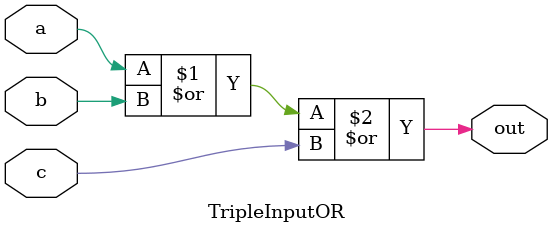
<source format=sv>
module TripleInputOR(
    input a, b, c,
    output out
);
    assign out = a | b | c;  // 三输入扩展
endmodule

</source>
